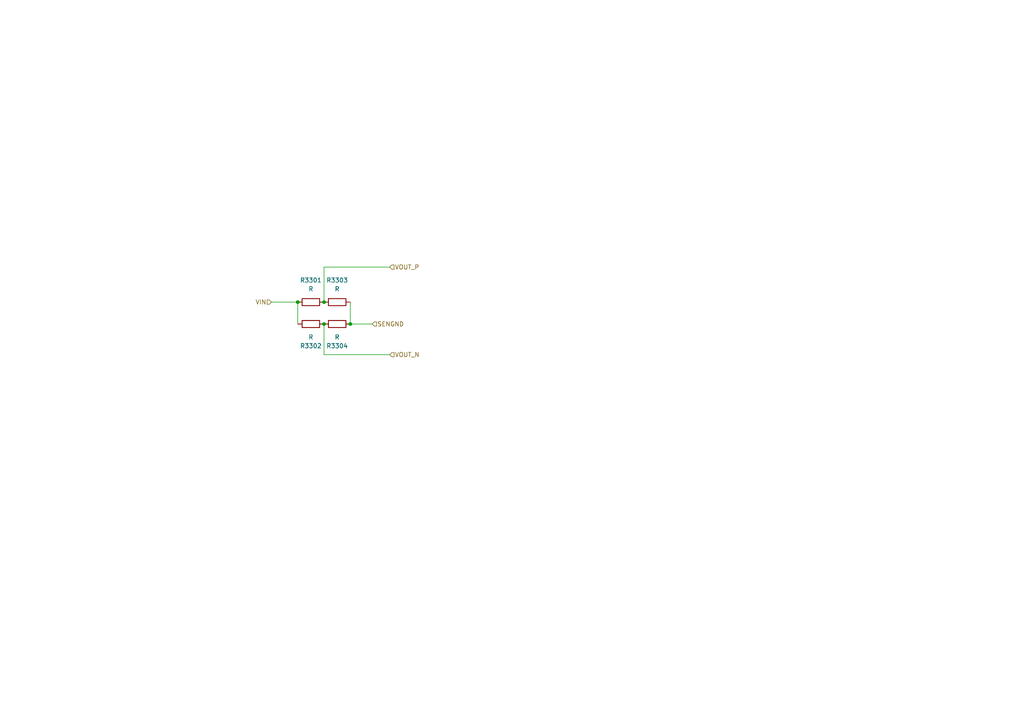
<source format=kicad_sch>
(kicad_sch (version 20231120) (generator "eeschema") (generator_version "8.0")
  (paper "A4")
  (lib_symbols
    (symbol "Device:R" (pin_numbers hide) (pin_names (offset 0))
      (property "Reference" "R" (at 2.032 0 90))
      (property "Value" "R" (at 0 0 90))
      (symbol "R_0_1"
        (rectangle (start -1.016 -2.54) (end 1.016 2.54) (stroke (width 0.254)))
      )
      (symbol "R_1_1"
        (pin passive line (at 0 3.81 270) (length 1.27) (name "~") (number "1"))
        (pin passive line (at 0 -3.81 90) (length 1.27) (name "~") (number "2"))
      )
    )
  )
  (junction (at 93.98 93.98))
  (junction (at 86.36 87.63))
  (junction (at 93.98 87.63))
  (junction (at 101.6 93.98))
  (wire (pts (xy 86.36 87.63) (xy 86.36 93.98)))
  (wire (pts (xy 113.03 77.47) (xy 93.98 77.47)))
  (wire (pts (xy 78.74 87.63) (xy 86.36 87.63)))
  (wire (pts (xy 113.03 102.87) (xy 93.98 102.87)))
  (wire (pts (xy 101.6 87.63) (xy 101.6 93.98)))
  (wire (pts (xy 93.98 102.87) (xy 93.98 93.98)))
  (wire (pts (xy 93.98 77.47) (xy 93.98 87.63)))
  (wire (pts (xy 107.95 93.98) (xy 101.6 93.98)))
  (hierarchical_label "VIN" (shape input) (at 78.74 87.63 180))
  (hierarchical_label "VOUT_N" (shape input) (at 113.03 102.87 0))
  (hierarchical_label "VOUT_P" (shape input) (at 113.03 77.47 0))
  (hierarchical_label "SENGND" (shape input) (at 107.95 93.98 0))
  (symbol (lib_id "Device:R") (at 90.17 93.98 90) (mirror x) (unit 1)
    (property "Reference" "R3302" (at 90.17 100.33 90))
    (property "Value" "R" (at 90.17 97.79 90))
    (property "Footprint" "Resistor_SMD:R_0603_1608Metric" (effects (hide yes)))
    (property "Description" "Resistor" (effects (hide yes)))
    (property "Vendor" "digikey:MCT0603-10K-MDCT-ND" (effects (hide yes)))
    (instances (project "kdigitizer" (path "" (reference "R3302") (unit 1)) (path "" (reference "R3402") (unit 1)) (path "" (reference "R3502") (unit 1)) (path "" (reference "R3602") (unit 1))))
  )
  (symbol (lib_id "Device:R") (at 90.17 87.63 90) (unit 1)
    (property "Reference" "R3301" (at 90.17 81.28 90))
    (property "Value" "R" (at 90.17 83.82 90))
    (property "Footprint" "Resistor_SMD:R_0603_1608Metric" (effects (hide yes)))
    (property "Description" "Resistor" (effects (hide yes)))
    (property "Vendor" "digikey:490-4800-1-ND" (effects (hide yes)))
    (instances (project "kdigitizer" (path "" (reference "R3301") (unit 1)) (path "" (reference "R3401") (unit 1)) (path "" (reference "R3501") (unit 1)) (path "" (reference "R3601") (unit 1))))
  )
  (symbol (lib_id "Device:R") (at 97.79 87.63 90) (unit 1)
    (property "Reference" "R3303" (at 97.79 81.28 90))
    (property "Value" "R" (at 97.79 83.82 90))
    (property "Footprint" "Resistor_SMD:R_0603_1608Metric" (effects (hide yes)))
    (property "Description" "Resistor" (effects (hide yes)))
    (property "Vendor" "digikey:MCT0603-10K-MDCT-ND" (effects (hide yes)))
    (instances (project "kdigitizer" (path "" (reference "R3303") (unit 1)) (path "" (reference "R3403") (unit 1)) (path "" (reference "R3503") (unit 1)) (path "" (reference "R3603") (unit 1))))
  )
  (symbol (lib_id "Device:R") (at 97.79 93.98 90) (mirror x) (unit 1)
    (property "Reference" "R3304" (at 97.79 100.33 90))
    (property "Value" "R" (at 97.79 97.79 90))
    (property "Footprint" "Resistor_SMD:R_0603_1608Metric" (effects (hide yes)))
    (property "Description" "Resistor" (effects (hide yes)))
    (property "Vendor" "digikey:490-4800-1-ND" (effects (hide yes)))
    (instances (project "kdigitizer" (path "" (reference "R3304") (unit 1)) (path "" (reference "R3404") (unit 1)) (path "" (reference "R3504") (unit 1)) (path "" (reference "R3604") (unit 1))))
  )
)
</source>
